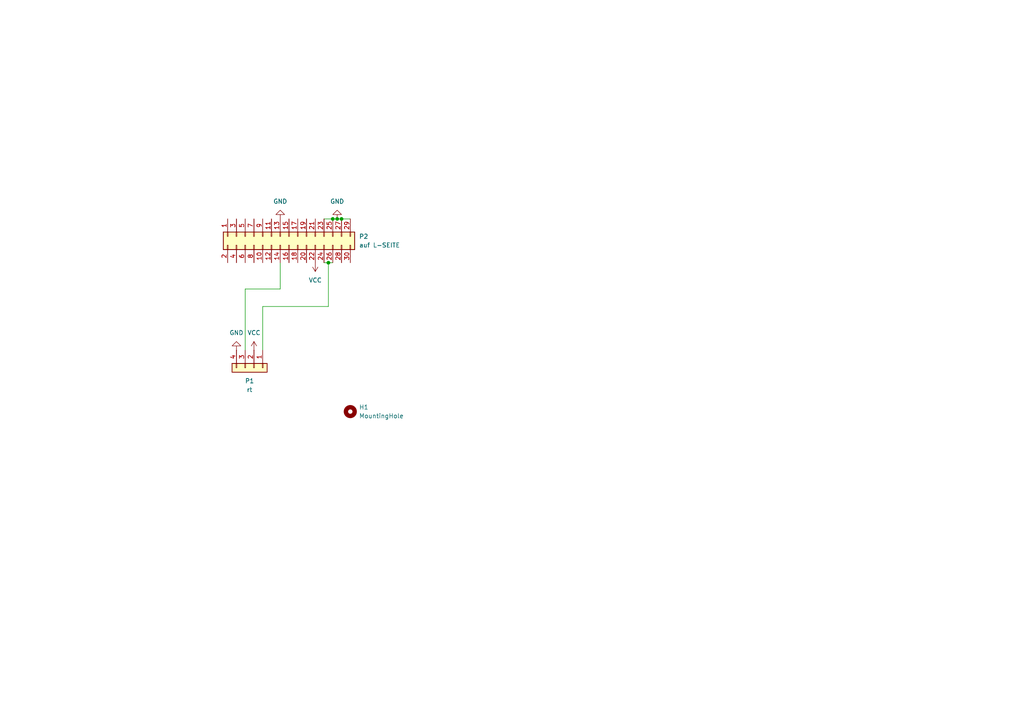
<source format=kicad_sch>
(kicad_sch (version 20250114) (generator "eeschema") (generator_version "9.0")
  (paper "A4")
  (lib_symbols
    (symbol "Connector_Generic:Conn_01x04" (pin_names (offset 1.016) (hide yes))
      (property "Reference" "J" (at 0 5.08 0))
      (property "Value" "Conn_01x04" (at 0 -7.62 0))
      (symbol "Conn_01x04_1_1"
        (rectangle (start -1.27 3.81) (end 1.27 -6.35) (stroke (width 0.254)) (fill (type background)))
        (rectangle (start -1.27 2.667) (end 0 2.413) (stroke (width 0.1524)))
        (rectangle (start -1.27 0.127) (end 0 -0.127) (stroke (width 0.1524)))
        (rectangle (start -1.27 -2.413) (end 0 -2.667) (stroke (width 0.1524)))
        (rectangle (start -1.27 -4.953) (end 0 -5.207) (stroke (width 0.1524)))
        (pin passive line (at -5.08 2.54 0) (length 3.81) (name "Pin_1") (number "1"))
        (pin passive line (at -5.08 0 0) (length 3.81) (name "Pin_2") (number "2"))
        (pin passive line (at -5.08 -2.54 0) (length 3.81) (name "Pin_3") (number "3"))
        (pin passive line (at -5.08 -5.08 0) (length 3.81) (name "Pin_4") (number "4"))
      )
    )
    (symbol "Connector_Generic:Conn_02x15_Odd_Even" (pin_names (offset 1.016) (hide yes))
      (property "Reference" "J" (at 1.27 20.32 0))
      (property "Value" "Conn_02x15_Odd_Even" (at 1.27 -20.32 0))
      (symbol "Conn_02x15_Odd_Even_1_1"
        (rectangle (start -1.27 19.05) (end 3.81 -19.05) (stroke (width 0.254)) (fill (type background)))
        (rectangle (start -1.27 17.907) (end 0 17.653) (stroke (width 0.1524)))
        (rectangle (start -1.27 15.367) (end 0 15.113) (stroke (width 0.1524)))
        (rectangle (start -1.27 12.827) (end 0 12.573) (stroke (width 0.1524)))
        (rectangle (start -1.27 10.287) (end 0 10.033) (stroke (width 0.1524)))
        (rectangle (start -1.27 7.747) (end 0 7.493) (stroke (width 0.1524)))
        (rectangle (start -1.27 5.207) (end 0 4.953) (stroke (width 0.1524)))
        (rectangle (start -1.27 2.667) (end 0 2.413) (stroke (width 0.1524)))
        (rectangle (start -1.27 0.127) (end 0 -0.127) (stroke (width 0.1524)))
        (rectangle (start -1.27 -2.413) (end 0 -2.667) (stroke (width 0.1524)))
        (rectangle (start -1.27 -4.953) (end 0 -5.207) (stroke (width 0.1524)))
        (rectangle (start -1.27 -7.493) (end 0 -7.747) (stroke (width 0.1524)))
        (rectangle (start -1.27 -10.033) (end 0 -10.287) (stroke (width 0.1524)))
        (rectangle (start -1.27 -12.573) (end 0 -12.827) (stroke (width 0.1524)))
        (rectangle (start -1.27 -15.113) (end 0 -15.367) (stroke (width 0.1524)))
        (rectangle (start -1.27 -17.653) (end 0 -17.907) (stroke (width 0.1524)))
        (rectangle (start 3.81 17.907) (end 2.54 17.653) (stroke (width 0.1524)))
        (rectangle (start 3.81 15.367) (end 2.54 15.113) (stroke (width 0.1524)))
        (rectangle (start 3.81 12.827) (end 2.54 12.573) (stroke (width 0.1524)))
        (rectangle (start 3.81 10.287) (end 2.54 10.033) (stroke (width 0.1524)))
        (rectangle (start 3.81 7.747) (end 2.54 7.493) (stroke (width 0.1524)))
        (rectangle (start 3.81 5.207) (end 2.54 4.953) (stroke (width 0.1524)))
        (rectangle (start 3.81 2.667) (end 2.54 2.413) (stroke (width 0.1524)))
        (rectangle (start 3.81 0.127) (end 2.54 -0.127) (stroke (width 0.1524)))
        (rectangle (start 3.81 -2.413) (end 2.54 -2.667) (stroke (width 0.1524)))
        (rectangle (start 3.81 -4.953) (end 2.54 -5.207) (stroke (width 0.1524)))
        (rectangle (start 3.81 -7.493) (end 2.54 -7.747) (stroke (width 0.1524)))
        (rectangle (start 3.81 -10.033) (end 2.54 -10.287) (stroke (width 0.1524)))
        (rectangle (start 3.81 -12.573) (end 2.54 -12.827) (stroke (width 0.1524)))
        (rectangle (start 3.81 -15.113) (end 2.54 -15.367) (stroke (width 0.1524)))
        (rectangle (start 3.81 -17.653) (end 2.54 -17.907) (stroke (width 0.1524)))
        (pin passive line (at -5.08 17.78 0) (length 3.81) (name "Pin_1") (number "1"))
        (pin passive line (at -5.08 15.24 0) (length 3.81) (name "Pin_3") (number "3"))
        (pin passive line (at -5.08 12.7 0) (length 3.81) (name "Pin_5") (number "5"))
        (pin passive line (at -5.08 10.16 0) (length 3.81) (name "Pin_7") (number "7"))
        (pin passive line (at -5.08 7.62 0) (length 3.81) (name "Pin_9") (number "9"))
        (pin passive line (at -5.08 5.08 0) (length 3.81) (name "Pin_11") (number "11"))
        (pin passive line (at -5.08 2.54 0) (length 3.81) (name "Pin_13") (number "13"))
        (pin passive line (at -5.08 0 0) (length 3.81) (name "Pin_15") (number "15"))
        (pin passive line (at -5.08 -2.54 0) (length 3.81) (name "Pin_17") (number "17"))
        (pin passive line (at -5.08 -5.08 0) (length 3.81) (name "Pin_19") (number "19"))
        (pin passive line (at -5.08 -7.62 0) (length 3.81) (name "Pin_21") (number "21"))
        (pin passive line (at -5.08 -10.16 0) (length 3.81) (name "Pin_23") (number "23"))
        (pin passive line (at -5.08 -12.7 0) (length 3.81) (name "Pin_25") (number "25"))
        (pin passive line (at -5.08 -15.24 0) (length 3.81) (name "Pin_27") (number "27"))
        (pin passive line (at -5.08 -17.78 0) (length 3.81) (name "Pin_29") (number "29"))
        (pin passive line (at 7.62 17.78 180) (length 3.81) (name "Pin_2") (number "2"))
        (pin passive line (at 7.62 15.24 180) (length 3.81) (name "Pin_4") (number "4"))
        (pin passive line (at 7.62 12.7 180) (length 3.81) (name "Pin_6") (number "6"))
        (pin passive line (at 7.62 10.16 180) (length 3.81) (name "Pin_8") (number "8"))
        (pin passive line (at 7.62 7.62 180) (length 3.81) (name "Pin_10") (number "10"))
        (pin passive line (at 7.62 5.08 180) (length 3.81) (name "Pin_12") (number "12"))
        (pin passive line (at 7.62 2.54 180) (length 3.81) (name "Pin_14") (number "14"))
        (pin passive line (at 7.62 0 180) (length 3.81) (name "Pin_16") (number "16"))
        (pin passive line (at 7.62 -2.54 180) (length 3.81) (name "Pin_18") (number "18"))
        (pin passive line (at 7.62 -5.08 180) (length 3.81) (name "Pin_20") (number "20"))
        (pin passive line (at 7.62 -7.62 180) (length 3.81) (name "Pin_22") (number "22"))
        (pin passive line (at 7.62 -10.16 180) (length 3.81) (name "Pin_24") (number "24"))
        (pin passive line (at 7.62 -12.7 180) (length 3.81) (name "Pin_26") (number "26"))
        (pin passive line (at 7.62 -15.24 180) (length 3.81) (name "Pin_28") (number "28"))
        (pin passive line (at 7.62 -17.78 180) (length 3.81) (name "Pin_30") (number "30"))
      )
    )
    (symbol "Mechanical:MountingHole" (pin_names (offset 1.016)) (in_bom no)
      (property "Reference" "H" (at 0 5.08 0))
      (property "Value" "MountingHole" (at 0 3.175 0))
      (symbol "MountingHole_0_1"
        (circle (center 0 0) (radius 1.27) (stroke (width 1.27)))
      )
    )
    (symbol "power:GND" (power) (pin_numbers (hide yes)) (pin_names (offset 0) (hide yes))
      (property "Value" "GND" (at 0 -3.81 0))
      (symbol "GND_0_1"
        (polyline (pts (xy 0 0) (xy 0 -1.27) (xy 1.27 -1.27) (xy 0 -2.54) (xy -1.27 -1.27) (xy 0 -1.27)))
      )
      (symbol "GND_1_1"
        (pin power_in line (at 0 0 270) (length 0) (name "~") (number "1"))
      )
    )
    (symbol "power:VCC" (power) (pin_numbers (hide yes)) (pin_names (offset 0) (hide yes))
      (property "Value" "VCC" (at 0 3.556 0))
      (symbol "VCC_0_1"
        (polyline (pts (xy -0.762 1.27) (xy 0 2.54)))
        (polyline (pts (xy 0 2.54) (xy 0.762 1.27)))
        (polyline (pts (xy 0 0) (xy 0 2.54)))
      )
      (symbol "VCC_1_1"
        (pin power_in line (at 0 0 90) (length 0) (name "~") (number "1"))
      )
    )
  )
  (junction (at 96.52 63.5))
  (junction (at 95.25 76.2))
  (junction (at 97.79 63.5))
  (junction (at 99.06 63.5))
  (wire (pts (xy 96.52 63.5) (xy 97.79 63.5)))
  (wire (pts (xy 93.98 63.5) (xy 96.52 63.5)))
  (wire (pts (xy 93.98 76.2) (xy 95.25 76.2)))
  (wire (pts (xy 97.79 63.5) (xy 99.06 63.5)))
  (wire (pts (xy 81.28 83.82) (xy 81.28 76.2)))
  (wire (pts (xy 71.12 83.82) (xy 81.28 83.82)))
  (wire (pts (xy 76.2 101.6) (xy 76.2 88.9)))
  (wire (pts (xy 76.2 88.9) (xy 95.25 88.9)))
  (wire (pts (xy 95.25 76.2) (xy 96.52 76.2)))
  (wire (pts (xy 71.12 101.6) (xy 71.12 83.82)))
  (wire (pts (xy 99.06 63.5) (xy 101.6 63.5)))
  (wire (pts (xy 95.25 88.9) (xy 95.25 76.2)))
  (symbol (lib_id "Connector_Generic:Conn_02x15_Odd_Even") (at 83.82 68.58 90) (mirror x) (unit 1)
    (property "Reference" "P2" (at 104.14 68.5799 90) (effects (justify right)))
    (property "Value" "auf L-SEITE" (at 104.14 71.1199 90) (effects (justify right)))
    (property "Footprint" "Connector_PinHeader_2.54mm:PinHeader_2x15_P2.54mm_Vertical" (effects (hide yes)))
    (property "Description" "Generic connector, double row, 02x15, odd/even pin numbering scheme (row 1 odd numbers, row 2 even numbers), script generated (kicad-library-utils/schlib/autogen/connector/)" (effects (hide yes)))
  )
  (symbol (lib_id "Mechanical:MountingHole") (at 101.6 119.38 0) (unit 1) (in_bom no)
    (property "Reference" "H1" (at 104.14 118.1099 0) (effects (justify left)))
    (property "Value" "MountingHole" (at 104.14 120.6499 0) (effects (justify left)))
    (property "Footprint" "MountingHole:MountingHole_3.7mm" (effects (hide yes)))
    (property "Description" "Mounting Hole without connection" (effects (hide yes)))
  )
  (symbol (lib_id "power:VCC") (at 91.44 76.2 180) (unit 1)
    (property "Reference" "#PWR05" (effects (hide yes)))
    (property "Value" "VCC" (at 91.44 81.28 0))
    (property "Description" "Power symbol creates a global label with name \"VCC\"" (effects (hide yes)))
  )
  (symbol (lib_id "power:GND") (at 97.79 63.5 180) (unit 1)
    (property "Reference" "#PWR03" (effects (hide yes)))
    (property "Value" "GND" (at 97.79 58.42 0))
    (property "Description" "Power symbol creates a global label with name \"GND\" , ground" (effects (hide yes)))
  )
  (symbol (lib_id "power:GND") (at 81.28 63.5 180) (unit 1)
    (property "Reference" "#PWR04" (effects (hide yes)))
    (property "Value" "GND" (at 81.28 58.42 0))
    (property "Description" "Power symbol creates a global label with name \"GND\" , ground" (effects (hide yes)))
  )
  (symbol (lib_id "power:GND") (at 68.58 101.6 180) (unit 1)
    (property "Reference" "#PWR01" (effects (hide yes)))
    (property "Value" "GND" (at 68.58 96.52 0))
    (property "Description" "Power symbol creates a global label with name \"GND\" , ground" (effects (hide yes)))
  )
  (symbol (lib_id "Connector_Generic:Conn_01x04") (at 73.66 106.68 270) (unit 1)
    (property "Reference" "P1" (at 72.39 110.49 90))
    (property "Value" "rt" (at 72.39 113.03 90))
    (property "Footprint" "Connector_PinHeader_2.54mm:PinHeader_1x04_P2.54mm_Horizontal" (effects (hide yes)))
    (property "Description" "Generic connector, single row, 01x04, script generated (kicad-library-utils/schlib/autogen/connector/)" (effects (hide yes)))
  )
  (symbol (lib_id "power:VCC") (at 73.66 101.6 0) (unit 1)
    (property "Reference" "#PWR02" (effects (hide yes)))
    (property "Value" "VCC" (at 73.66 96.52 0))
    (property "Description" "Power symbol creates a global label with name \"VCC\"" (effects (hide yes)))
  )
)
</source>
